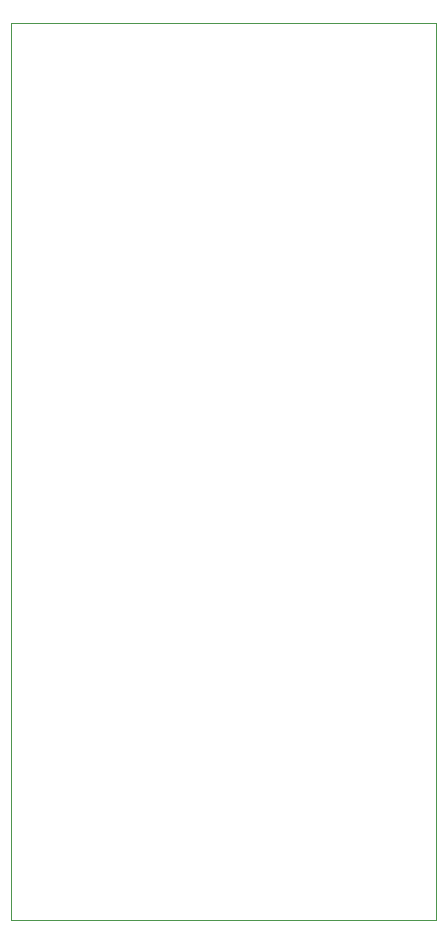
<source format=gbr>
%TF.GenerationSoftware,KiCad,Pcbnew,(5.1.6-0-10_14)*%
%TF.CreationDate,2020-10-13T22:09:45-04:00*%
%TF.ProjectId,weather_external,77656174-6865-4725-9f65-787465726e61,rev?*%
%TF.SameCoordinates,Original*%
%TF.FileFunction,Profile,NP*%
%FSLAX46Y46*%
G04 Gerber Fmt 4.6, Leading zero omitted, Abs format (unit mm)*
G04 Created by KiCad (PCBNEW (5.1.6-0-10_14)) date 2020-10-13 22:09:45*
%MOMM*%
%LPD*%
G01*
G04 APERTURE LIST*
%TA.AperFunction,Profile*%
%ADD10C,0.050000*%
%TD*%
G04 APERTURE END LIST*
D10*
X35000000Y-101000000D02*
X35000000Y-25000000D01*
X35000000Y-101000000D02*
X-1000000Y-101000000D01*
X-1000000Y-25000000D02*
X-1000000Y-101000000D01*
X-1000000Y-25000000D02*
X35000000Y-25000000D01*
M02*

</source>
